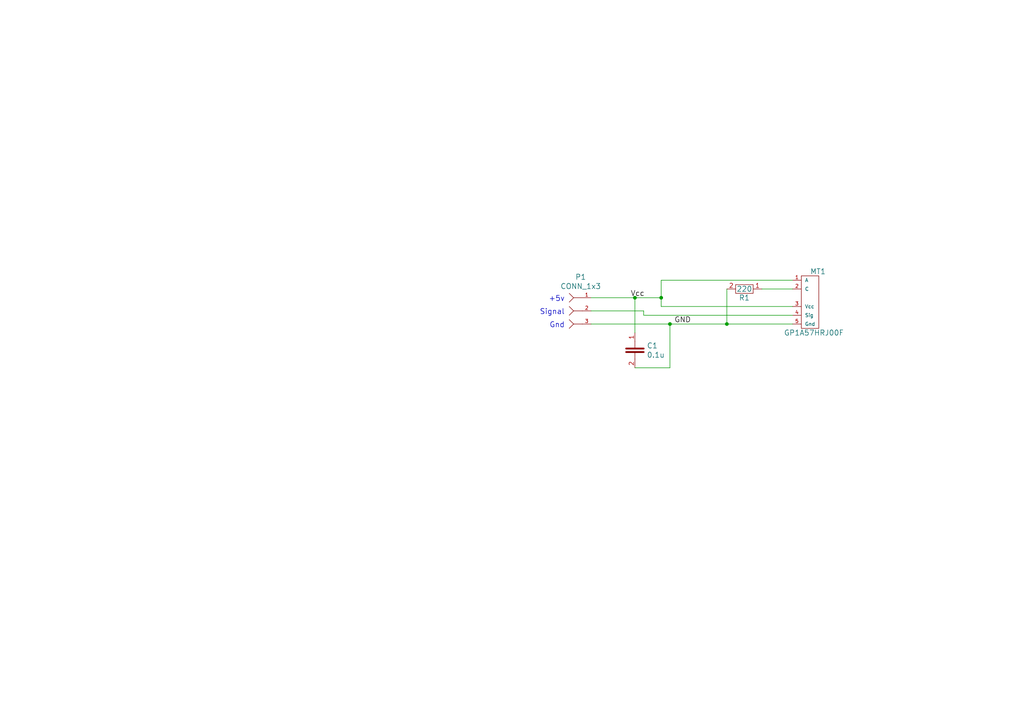
<source format=kicad_sch>
(kicad_sch (version 20230121) (generator eeschema)
  (paper "A4")
  (lib_symbols
    (symbol "Propeller_Speed-rescue:CAP" (pin_names (offset 1.016))
      (property "Reference" "C" (at 0 1.778 0))
      (property "Value" "CAP" (at 0 -2.032 0))
      (symbol "CAP_0_1"
        (polyline (pts (xy -2.54 0.508) (xy 2.54 0.508)) (stroke (width 0.508)))
        (polyline (pts (xy 0 -2.54) (xy 0 -0.508)))
        (polyline (pts (xy 0 0.508) (xy 0 2.54)))
        (polyline (pts (xy 2.54 -0.508) (xy -2.54 -0.508)) (stroke (width 0.508)))
      )
      (symbol "CAP_1_1"
        (pin input line (at 0 5.08 270) (length 2.54) (name "~") (number "1"))
        (pin input line (at 0 -5.08 90) (length 2.54) (name "~") (number "2"))
      )
    )
    (symbol "Propeller_Speed-rescue:CONN_1x3" (pin_names (offset 1.016))
      (property "Reference" "P" (at 0 6.35 0))
      (property "Value" "CONN_1x3" (at 0 -6.35 0))
      (symbol "CONN_1x3_0_1"
        (polyline (pts (xy 0 -3.81) (xy 2.54 -3.81)))
        (polyline (pts (xy 0 3.81) (xy 2.54 3.81)))
        (polyline (pts (xy -1.27 -2.54) (xy 0 -3.81) (xy -1.27 -5.08)))
        (polyline (pts (xy -1.27 1.27) (xy 0 0) (xy -1.27 -1.27)))
        (polyline (pts (xy -1.27 2.54) (xy 0 3.81) (xy -1.27 5.08)))
        (polyline (pts (xy 0 0) (xy 1.27 0) (xy 2.54 0)))
      )
      (symbol "CONN_1x3_1_1"
        (pin input line (at 5.08 3.81 180) (length 2.54) (name "~") (number "1"))
        (pin input line (at 5.08 0 180) (length 2.54) (name "~") (number "2"))
        (pin input line (at 5.08 -3.81 180) (length 2.54) (name "~") (number "3"))
      )
    )
    (symbol "Propeller_Speed-rescue:RES" (pin_names (offset 1.016))
      (property "Reference" "R" (at 2.54 0 90))
      (property "Value" "RES" (at 0 0 90))
      (symbol "RES_0_1"
        (rectangle (start -1.27 2.54) (end 1.27 -2.54))
      )
      (symbol "RES_1_1"
        (pin input line (at 0 5.08 270) (length 2.54) (name "~") (number "1"))
        (pin input line (at 0 -5.08 90) (length 2.54) (name "~") (number "2"))
      )
    )
    (symbol "Propeller_Speed-rescue:SHARP_PHOTO_INTERRUPTER" (pin_names (offset 1.016))
      (property "Reference" "MT" (at 0 8.89 0))
      (property "Value" "SHARP_PHOTO_INTERRUPTER" (at 0 -8.89 0))
      (symbol "SHARP_PHOTO_INTERRUPTER_0_1"
        (rectangle (start -2.54 7.62) (end 2.54 -7.62))
      )
      (symbol "SHARP_PHOTO_INTERRUPTER_1_1"
        (pin power_in line (at -5.08 6.35 0) (length 2.54) (name "A") (number "1"))
        (pin power_out line (at -5.08 3.81 0) (length 2.54) (name "C") (number "2"))
        (pin power_in line (at -5.08 -1.27 0) (length 2.54) (name "Vcc") (number "3"))
        (pin output line (at -5.08 -3.81 0) (length 2.54) (name "Sig") (number "4"))
        (pin power_out line (at -5.08 -6.35 0) (length 2.54) (name "Gnd") (number "5"))
      )
    )
  )
  (junction (at 194.31 93.98))
  (junction (at 191.77 86.36))
  (junction (at 184.15 86.36))
  (junction (at 210.82 93.98))
  (wire (pts (xy 184.15 86.36) (xy 171.45 86.36)))
  (wire (pts (xy 184.15 96.52) (xy 184.15 86.36)))
  (wire (pts (xy 210.82 93.98) (xy 210.82 83.82)))
  (wire (pts (xy 229.87 81.28) (xy 191.77 81.28)))
  (wire (pts (xy 220.98 83.82) (xy 229.87 83.82)))
  (wire (pts (xy 191.77 86.36) (xy 191.77 88.9)))
  (wire (pts (xy 171.45 90.17) (xy 186.69 90.17)))
  (wire (pts (xy 194.31 106.68) (xy 184.15 106.68)))
  (wire (pts (xy 191.77 86.36) (xy 184.15 86.36)))
  (wire (pts (xy 194.31 93.98) (xy 210.82 93.98)))
  (wire (pts (xy 171.45 93.98) (xy 194.31 93.98)))
  (wire (pts (xy 191.77 88.9) (xy 229.87 88.9)))
  (wire (pts (xy 186.69 91.44) (xy 229.87 91.44)))
  (wire (pts (xy 194.31 93.98) (xy 194.31 106.68)))
  (wire (pts (xy 210.82 93.98) (xy 229.87 93.98)))
  (wire (pts (xy 186.69 90.17) (xy 186.69 91.44)))
  (wire (pts (xy 191.77 81.28) (xy 191.77 86.36)))
  (text "Signal" (at 163.83 91.44 0) (effects (font (size 1.524 1.524)) (justify right bottom)))
  (text "Gnd" (at 163.83 95.25 0) (effects (font (size 1.524 1.524)) (justify right bottom)))
  (text "+5v" (at 163.83 87.63 0) (effects (font (size 1.524 1.524)) (justify right bottom)))
  (label "GND" (at 195.58 93.98 0) (effects (font (size 1.524 1.524))))
  (label "Vcc" (at 182.88 86.36 0) (effects (font (size 1.524 1.524))))
  (symbol (lib_id "Propeller_Speed-rescue:SHARP_PHOTO_INTERRUPTER") (at 234.95 87.63 0) (unit 1)
    (property "Reference" "MT1" (at 234.95 78.74 0) (effects (font (size 1.524 1.524)) (justify left)))
    (property "Value" "GP1A57HRJ00F" (at 227.33 96.52 0) (effects (font (size 1.524 1.524)) (justify left)))
    (property "Footprint" "Sensors:SHARP_GP1A57HRJ00F" (effects hide))
    (property "Datasheet" "http://www.sharpsma.com/webfm_send/1553" (effects hide))
    (property "Manufacturer" "Sharp" (effects hide))
    (property "ManufacturerNumber" "GP1A57HRJ00F" (effects hide))
    (property "DigikeyNumber" "425-1935-5-ND" (effects hide))
  )
  (symbol (lib_id "Propeller_Speed-rescue:CONN_1x3") (at 166.37 90.17 0) (unit 1)
    (property "Reference" "P1" (at 168.4274 80.3402 0) (effects (font (size 1.524 1.524))))
    (property "Value" "CONN_1x3" (at 168.4274 83.0326 0) (effects (font (size 1.524 1.524))))
    (property "Footprint" "Connectors:CONN_2.54mm_1x3" (effects hide))
  )
  (symbol (lib_id "Propeller_Speed-rescue:RES") (at 215.9 83.82 270) (unit 1)
    (property "Reference" "R1" (at 215.9 86.36 90) (effects (font (size 1.524 1.524))))
    (property "Value" "220" (at 215.9 83.82 90) (effects (font (size 1.524 1.524))))
    (property "Footprint" "SMD:SMD_0805" (effects hide))
  )
  (symbol (lib_id "Propeller_Speed-rescue:CAP") (at 184.15 101.6 0) (unit 1)
    (property "Reference" "C1" (at 187.579 100.2538 0) (effects (font (size 1.524 1.524)) (justify left)))
    (property "Value" "0.1u" (at 187.579 102.9462 0) (effects (font (size 1.524 1.524)) (justify left)))
    (property "Footprint" "SMD:SMD_0805" (effects hide))
  )
)
</source>
